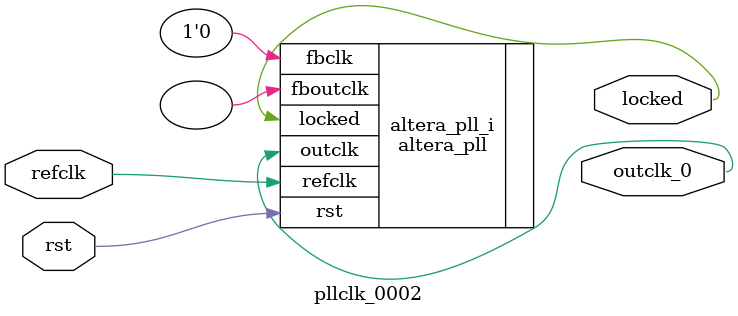
<source format=v>
`timescale 1ns/10ps
module  pllclk_0002(

	// interface 'refclk'
	input wire refclk,

	// interface 'reset'
	input wire rst,

	// interface 'outclk0'
	output wire outclk_0,

	// interface 'locked'
	output wire locked
);

	altera_pll #(
		.fractional_vco_multiplier("false"),
		.reference_clock_frequency("50.0 MHz"),
		.operation_mode("direct"),
		.number_of_clocks(1),
		.output_clock_frequency0("2.000000 MHz"),
		.phase_shift0("0 ps"),
		.duty_cycle0(50),
		.output_clock_frequency1("0 MHz"),
		.phase_shift1("0 ps"),
		.duty_cycle1(50),
		.output_clock_frequency2("0 MHz"),
		.phase_shift2("0 ps"),
		.duty_cycle2(50),
		.output_clock_frequency3("0 MHz"),
		.phase_shift3("0 ps"),
		.duty_cycle3(50),
		.output_clock_frequency4("0 MHz"),
		.phase_shift4("0 ps"),
		.duty_cycle4(50),
		.output_clock_frequency5("0 MHz"),
		.phase_shift5("0 ps"),
		.duty_cycle5(50),
		.output_clock_frequency6("0 MHz"),
		.phase_shift6("0 ps"),
		.duty_cycle6(50),
		.output_clock_frequency7("0 MHz"),
		.phase_shift7("0 ps"),
		.duty_cycle7(50),
		.output_clock_frequency8("0 MHz"),
		.phase_shift8("0 ps"),
		.duty_cycle8(50),
		.output_clock_frequency9("0 MHz"),
		.phase_shift9("0 ps"),
		.duty_cycle9(50),
		.output_clock_frequency10("0 MHz"),
		.phase_shift10("0 ps"),
		.duty_cycle10(50),
		.output_clock_frequency11("0 MHz"),
		.phase_shift11("0 ps"),
		.duty_cycle11(50),
		.output_clock_frequency12("0 MHz"),
		.phase_shift12("0 ps"),
		.duty_cycle12(50),
		.output_clock_frequency13("0 MHz"),
		.phase_shift13("0 ps"),
		.duty_cycle13(50),
		.output_clock_frequency14("0 MHz"),
		.phase_shift14("0 ps"),
		.duty_cycle14(50),
		.output_clock_frequency15("0 MHz"),
		.phase_shift15("0 ps"),
		.duty_cycle15(50),
		.output_clock_frequency16("0 MHz"),
		.phase_shift16("0 ps"),
		.duty_cycle16(50),
		.output_clock_frequency17("0 MHz"),
		.phase_shift17("0 ps"),
		.duty_cycle17(50),
		.pll_type("General"),
		.pll_subtype("General")
	) altera_pll_i (
		.rst	(rst),
		.outclk	({outclk_0}),
		.locked	(locked),
		.fboutclk	( ),
		.fbclk	(1'b0),
		.refclk	(refclk)
	);
endmodule


</source>
